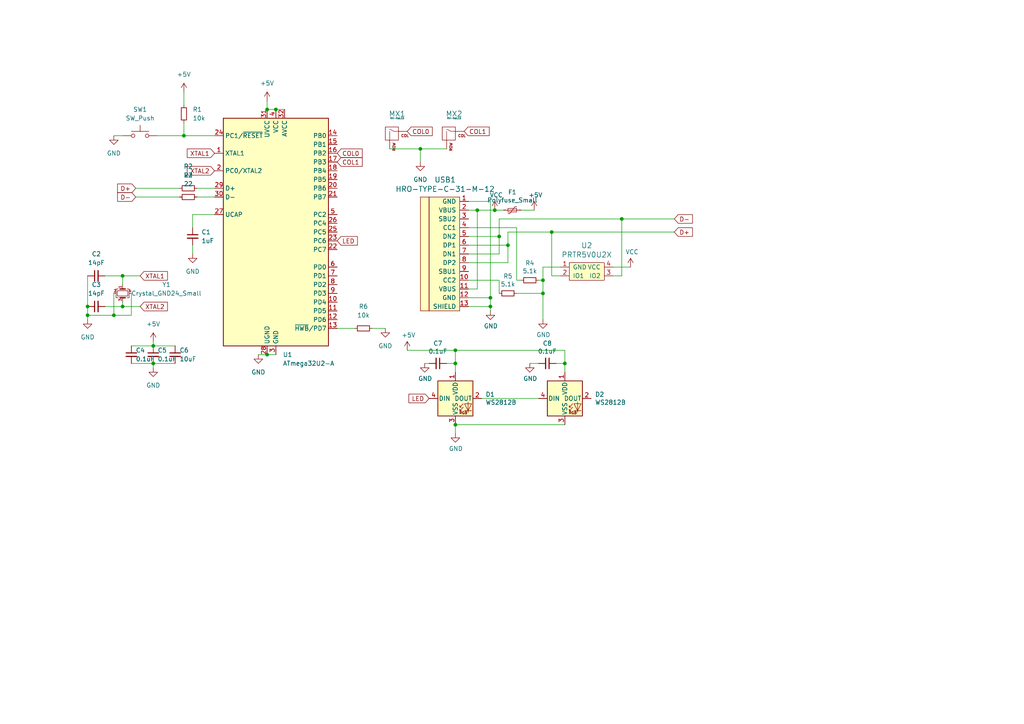
<source format=kicad_sch>
(kicad_sch (version 20211123) (generator eeschema)
  (paper "A4")
  (lib_symbols
    (symbol "Device:C_Small" (pin_numbers hide) (pin_names (offset 0.254) hide)
      (property "Reference" "C" (at 0.254 1.778 0))
      (property "Value" "C_Small" (at 0.254 -2.032 0))
      (symbol "C_Small_0_1"
        (polyline (pts (xy -1.524 -0.508) (xy 1.524 -0.508)) (stroke (width 0.3302)))
        (polyline (pts (xy -1.524 0.508) (xy 1.524 0.508)) (stroke (width 0.3048)))
      )
      (symbol "C_Small_1_1"
        (pin passive line (at 0 2.54 270) (length 2.032) (name "~") (number "1"))
        (pin passive line (at 0 -2.54 90) (length 2.032) (name "~") (number "2"))
      )
    )
    (symbol "Device:Crystal_GND24_Small" (pin_names (offset 1.016) hide)
      (property "Reference" "Y" (at 1.27 4.445 0))
      (property "Value" "Crystal_GND24_Small" (at 1.27 2.54 0))
      (symbol "Crystal_GND24_Small_0_1"
        (rectangle (start -0.762 -1.524) (end 0.762 1.524))
        (polyline (pts (xy -1.27 -0.762) (xy -1.27 0.762)) (stroke (width 0.381)))
        (polyline (pts (xy 1.27 -0.762) (xy 1.27 0.762)) (stroke (width 0.381)))
        (polyline (pts (xy -1.27 -1.27) (xy -1.27 -1.905) (xy 1.27 -1.905) (xy 1.27 -1.27)))
        (polyline (pts (xy -1.27 1.27) (xy -1.27 1.905) (xy 1.27 1.905) (xy 1.27 1.27)))
      )
      (symbol "Crystal_GND24_Small_1_1"
        (pin passive line (at -2.54 0 0) (length 1.27) (name "1") (number "1"))
        (pin passive line (at 0 -2.54 90) (length 0.635) (name "2") (number "2"))
        (pin passive line (at 2.54 0 180) (length 1.27) (name "3") (number "3"))
        (pin passive line (at 0 2.54 270) (length 0.635) (name "4") (number "4"))
      )
    )
    (symbol "Device:Polyfuse_Small" (pin_numbers hide) (pin_names (offset 0))
      (property "Reference" "F" (at -1.905 0 90))
      (property "Value" "Polyfuse_Small" (at 1.905 0 90))
      (symbol "Polyfuse_Small_0_1"
        (rectangle (start -0.508 1.27) (end 0.508 -1.27))
        (polyline (pts (xy 0 2.54) (xy 0 -2.54)))
        (polyline (pts (xy -1.016 1.27) (xy -1.016 0.762) (xy 1.016 -0.762) (xy 1.016 -1.27)))
      )
      (symbol "Polyfuse_Small_1_1"
        (pin passive line (at 0 2.54 270) (length 0.635) (name "~") (number "1"))
        (pin passive line (at 0 -2.54 90) (length 0.635) (name "~") (number "2"))
      )
    )
    (symbol "Device:R_Small" (pin_numbers hide) (pin_names (offset 0.254) hide)
      (property "Reference" "R" (at 0.762 0.508 0))
      (property "Value" "R_Small" (at 0.762 -1.016 0))
      (symbol "R_Small_0_1"
        (rectangle (start -0.762 1.778) (end 0.762 -1.778) (stroke (width 0.2032)))
      )
      (symbol "R_Small_1_1"
        (pin passive line (at 0 2.54 270) (length 0.762) (name "~") (number "1"))
        (pin passive line (at 0 -2.54 90) (length 0.762) (name "~") (number "2"))
      )
    )
    (symbol "LED:WS2812B" (pin_names (offset 0.254))
      (property "Reference" "D" (at 5.08 5.715 0))
      (property "Value" "WS2812B" (at 1.27 -5.715 0))
      (symbol "WS2812B_0_0"
        (text "RGB" (at 2.286 -4.191 0) (effects (font (size 0.762 0.762))))
      )
      (symbol "WS2812B_0_1"
        (polyline (pts (xy 1.27 -3.556) (xy 1.778 -3.556)))
        (polyline (pts (xy 1.27 -2.54) (xy 1.778 -2.54)))
        (polyline (pts (xy 4.699 -3.556) (xy 2.667 -3.556)))
        (polyline (pts (xy 2.286 -2.54) (xy 1.27 -3.556) (xy 1.27 -3.048)))
        (polyline (pts (xy 2.286 -1.524) (xy 1.27 -2.54) (xy 1.27 -2.032)))
        (polyline (pts (xy 3.683 -1.016) (xy 3.683 -3.556) (xy 3.683 -4.064)))
        (polyline (pts (xy 4.699 -1.524) (xy 2.667 -1.524) (xy 3.683 -3.556) (xy 4.699 -1.524)))
        (rectangle (start 5.08 5.08) (end -5.08 -5.08) (stroke (width 0.254)) (fill (type background)))
      )
      (symbol "WS2812B_1_1"
        (pin power_in line (at 0 7.62 270) (length 2.54) (name "VDD") (number "1"))
        (pin output line (at 7.62 0 180) (length 2.54) (name "DOUT") (number "2"))
        (pin power_in line (at 0 -7.62 90) (length 2.54) (name "VSS") (number "3"))
        (pin input line (at -7.62 0 0) (length 2.54) (name "DIN") (number "4"))
      )
    )
    (symbol "MCU_Microchip_ATmega:ATmega32U2-A"
      (property "Reference" "U" (at -15.24 34.29 0))
      (property "Value" "ATmega32U2-A" (at 2.54 -34.29 0))
      (symbol "ATmega32U2-A_0_1"
        (rectangle (start -15.24 -33.02) (end 15.24 33.02) (stroke (width 0.254)) (fill (type background)))
      )
      (symbol "ATmega32U2-A_1_1"
        (pin input line (at -17.78 22.86 0) (length 2.54) (name "XTAL1") (number "1"))
        (pin bidirectional line (at 17.78 -20.32 180) (length 2.54) (name "PD4") (number "10"))
        (pin bidirectional line (at 17.78 -22.86 180) (length 2.54) (name "PD5") (number "11"))
        (pin bidirectional line (at 17.78 -25.4 180) (length 2.54) (name "PD6") (number "12"))
        (pin bidirectional line (at 17.78 -27.94 180) (length 2.54) (name "~{HWB}/PD7") (number "13"))
        (pin bidirectional line (at 17.78 27.94 180) (length 2.54) (name "PB0") (number "14"))
        (pin bidirectional line (at 17.78 25.4 180) (length 2.54) (name "PB1") (number "15"))
        (pin bidirectional line (at 17.78 22.86 180) (length 2.54) (name "PB2") (number "16"))
        (pin bidirectional line (at 17.78 20.32 180) (length 2.54) (name "PB3") (number "17"))
        (pin bidirectional line (at 17.78 17.78 180) (length 2.54) (name "PB4") (number "18"))
        (pin bidirectional line (at 17.78 15.24 180) (length 2.54) (name "PB5") (number "19"))
        (pin bidirectional line (at -17.78 17.78 0) (length 2.54) (name "PC0/XTAL2") (number "2"))
        (pin bidirectional line (at 17.78 12.7 180) (length 2.54) (name "PB6") (number "20"))
        (pin bidirectional line (at 17.78 10.16 180) (length 2.54) (name "PB7") (number "21"))
        (pin bidirectional line (at 17.78 -5.08 180) (length 2.54) (name "PC7") (number "22"))
        (pin bidirectional line (at 17.78 -2.54 180) (length 2.54) (name "PC6") (number "23"))
        (pin bidirectional line (at -17.78 27.94 0) (length 2.54) (name "PC1/~{RESET}") (number "24"))
        (pin bidirectional line (at 17.78 0 180) (length 2.54) (name "PC5") (number "25"))
        (pin bidirectional line (at 17.78 2.54 180) (length 2.54) (name "PC4") (number "26"))
        (pin passive line (at -17.78 5.08 0) (length 2.54) (name "UCAP") (number "27"))
        (pin power_in line (at -2.54 -35.56 90) (length 2.54) (name "UGND") (number "28"))
        (pin bidirectional line (at -17.78 12.7 0) (length 2.54) (name "D+") (number "29"))
        (pin power_in line (at 0 -35.56 90) (length 2.54) (name "GND") (number "3"))
        (pin bidirectional line (at -17.78 10.16 0) (length 2.54) (name "D-") (number "30"))
        (pin power_in line (at -2.54 35.56 270) (length 2.54) (name "UVCC") (number "31"))
        (pin power_in line (at 2.54 35.56 270) (length 2.54) (name "AVCC") (number "32"))
        (pin power_in line (at 0 35.56 270) (length 2.54) (name "VCC") (number "4"))
        (pin bidirectional line (at 17.78 5.08 180) (length 2.54) (name "PC2") (number "5"))
        (pin bidirectional line (at 17.78 -10.16 180) (length 2.54) (name "PD0") (number "6"))
        (pin bidirectional line (at 17.78 -12.7 180) (length 2.54) (name "PD1") (number "7"))
        (pin bidirectional line (at 17.78 -15.24 180) (length 2.54) (name "PD2") (number "8"))
        (pin bidirectional line (at 17.78 -17.78 180) (length 2.54) (name "PD3") (number "9"))
      )
    )
    (symbol "MX_Alps_Hybrid:MX-NoLED" (pin_names (offset 1.016))
      (property "Reference" "MX" (at -0.635 3.81 0))
      (property "Value" "MX-NoLED" (at -0.635 1.27 0))
      (symbol "MX-NoLED_0_0"
        (rectangle (start -2.54 2.54) (end 1.27 -1.27))
        (polyline (pts (xy -1.27 -1.27) (xy -1.27 1.27)) (stroke (width 0.127)))
        (polyline (pts (xy 1.27 1.27) (xy 0 1.27) (xy -1.27 1.905)) (stroke (width 0.127)))
        (text "COL" (at 3.175 0 0) (effects (font (size 0.762 0.762))))
        (text "ROW" (at 0 -1.905 900) (effects (font (size 0.762 0.762)) (justify right)))
      )
      (symbol "MX-NoLED_1_1"
        (pin passive line (at 3.81 1.27 180) (length 2.54) (name "COL") (number "1"))
        (pin passive line (at -1.27 -3.81 90) (length 2.54) (name "ROW") (number "2"))
      )
    )
    (symbol "Switch:SW_Push" (pin_numbers hide) (pin_names (offset 1.016) hide)
      (property "Reference" "SW" (at 1.27 2.54 0))
      (property "Value" "SW_Push" (at 0 -1.524 0))
      (symbol "SW_Push_0_1"
        (circle (center -2.032 0) (radius 0.508))
        (polyline (pts (xy 0 1.27) (xy 0 3.048)))
        (polyline (pts (xy 2.54 1.27) (xy -2.54 1.27)))
        (circle (center 2.032 0) (radius 0.508))
        (pin passive line (at -5.08 0 0) (length 2.54) (name "1") (number "1"))
        (pin passive line (at 5.08 0 180) (length 2.54) (name "2") (number "2"))
      )
    )
    (symbol "Type-C:HRO-TYPE-C-31-M-12" (pin_names (offset 1.016))
      (property "Reference" "USB" (at -5.08 16.51 0))
      (property "Value" "HRO-TYPE-C-31-M-12" (at -10.16 -1.27 90))
      (symbol "HRO-TYPE-C-31-M-12_0_1"
        (rectangle (start -11.43 15.24) (end -8.89 -17.78) (fill (type background)))
        (rectangle (start 0 -17.78) (end -8.89 15.24) (fill (type background)))
      )
      (symbol "HRO-TYPE-C-31-M-12_1_1"
        (pin input line (at 2.54 13.97 180) (length 2.54) (name "GND") (number "1"))
        (pin input line (at 2.54 -8.89 180) (length 2.54) (name "CC2") (number "10"))
        (pin input line (at 2.54 -11.43 180) (length 2.54) (name "VBUS") (number "11"))
        (pin input line (at 2.54 -13.97 180) (length 2.54) (name "GND") (number "12"))
        (pin input line (at 2.54 -16.51 180) (length 2.54) (name "SHIELD") (number "13"))
        (pin input line (at 2.54 11.43 180) (length 2.54) (name "VBUS") (number "2"))
        (pin input line (at 2.54 8.89 180) (length 2.54) (name "SBU2") (number "3"))
        (pin input line (at 2.54 6.35 180) (length 2.54) (name "CC1") (number "4"))
        (pin input line (at 2.54 3.81 180) (length 2.54) (name "DN2") (number "5"))
        (pin input line (at 2.54 1.27 180) (length 2.54) (name "DP1") (number "6"))
        (pin input line (at 2.54 -1.27 180) (length 2.54) (name "DN1") (number "7"))
        (pin input line (at 2.54 -3.81 180) (length 2.54) (name "DP2") (number "8"))
        (pin input line (at 2.54 -6.35 180) (length 2.54) (name "SBU1") (number "9"))
      )
    )
    (symbol "power:+5V" (power) (pin_names (offset 0))
      (property "Value" "+5V" (at 0 3.556 0))
      (symbol "+5V_0_1"
        (polyline (pts (xy -0.762 1.27) (xy 0 2.54)))
        (polyline (pts (xy 0 0) (xy 0 2.54)))
        (polyline (pts (xy 0 2.54) (xy 0.762 1.27)))
      )
      (symbol "+5V_1_1"
        (pin power_in line (at 0 0 90) (length 0) hide (name "+5V") (number "1"))
      )
    )
    (symbol "power:GND" (power) (pin_names (offset 0))
      (property "Value" "GND" (at 0 -3.81 0))
      (symbol "GND_0_1"
        (polyline (pts (xy 0 0) (xy 0 -1.27) (xy 1.27 -1.27) (xy 0 -2.54) (xy -1.27 -1.27) (xy 0 -1.27)))
      )
      (symbol "GND_1_1"
        (pin power_in line (at 0 0 270) (length 0) hide (name "GND") (number "1"))
      )
    )
    (symbol "power:VCC" (power) (pin_names (offset 0))
      (property "Value" "VCC" (at 0 3.81 0))
      (symbol "VCC_0_1"
        (polyline (pts (xy -0.762 1.27) (xy 0 2.54)))
        (polyline (pts (xy 0 0) (xy 0 2.54)))
        (polyline (pts (xy 0 2.54) (xy 0.762 1.27)))
      )
      (symbol "VCC_1_1"
        (pin power_in line (at 0 0 90) (length 0) hide (name "VCC") (number "1"))
      )
    )
    (symbol "random-keyboard-parts:PRTR5V0U2X" (pin_names (offset 1.016))
      (property "Reference" "U" (at 0 3.81 0))
      (property "Value" "PRTR5V0U2X" (at 0 -3.81 0))
      (symbol "PRTR5V0U2X_0_1"
        (rectangle (start -5.08 2.54) (end 5.08 -2.54) (fill (type background)))
      )
      (symbol "PRTR5V0U2X_1_1"
        (pin input line (at -7.62 1.27 0) (length 2.54) (name "GND") (number "1"))
        (pin input line (at -7.62 -1.27 0) (length 2.54) (name "IO1") (number "2"))
        (pin input line (at 7.62 -1.27 180) (length 2.54) (name "IO2") (number "3"))
        (pin input line (at 7.62 1.27 180) (length 2.54) (name "VCC") (number "4"))
      )
    )
  )
  (junction (at 144.78 68.58))
  (junction (at 80.01 31.75))
  (junction (at 25.4 91.44))
  (junction (at 160.02 67.31))
  (junction (at 138.43 60.96))
  (junction (at 35.56 88.9))
  (junction (at 77.47 102.87))
  (junction (at 77.47 31.75))
  (junction (at 143.51 60.96))
  (junction (at 132.08 105.41))
  (junction (at 132.08 101.6))
  (junction (at 25.4 88.9))
  (junction (at 157.48 85.09))
  (junction (at 35.56 80.01))
  (junction (at 157.48 81.28))
  (junction (at 53.34 39.37))
  (junction (at 163.83 105.41))
  (junction (at 44.45 100.33))
  (junction (at 180.34 63.5))
  (junction (at 44.45 105.41))
  (junction (at 147.32 71.12))
  (junction (at 132.08 123.19))
  (junction (at 142.24 86.36))
  (junction (at 33.02 91.44))
  (junction (at 142.24 88.9))
  (junction (at 121.92 43.18))
  (wire (pts (xy 35.56 80.01) (xy 40.64 80.01)))
  (wire (pts (xy 121.92 43.18) (xy 113.03 43.18)))
  (wire (pts (xy 163.83 105.41) (xy 163.83 107.95)))
  (wire (pts (xy 135.89 83.82) (xy 138.43 83.82)))
  (wire (pts (xy 135.89 66.04) (xy 149.86 66.04)))
  (wire (pts (xy 80.01 31.75) (xy 82.55 31.75)))
  (wire (pts (xy 45.72 39.37) (xy 53.34 39.37)))
  (wire (pts (xy 135.89 88.9) (xy 142.24 88.9)))
  (wire (pts (xy 163.83 101.6) (xy 163.83 105.41)))
  (wire (pts (xy 33.02 39.37) (xy 35.56 39.37)))
  (wire (pts (xy 25.4 91.44) (xy 25.4 92.71)))
  (wire (pts (xy 33.02 91.44) (xy 38.1 91.44)))
  (wire (pts (xy 157.48 85.09) (xy 157.48 92.71)))
  (wire (pts (xy 144.78 68.58) (xy 135.89 68.58)))
  (wire (pts (xy 77.47 31.75) (xy 80.01 31.75)))
  (wire (pts (xy 147.32 67.31) (xy 160.02 67.31)))
  (wire (pts (xy 57.15 54.61) (xy 62.23 54.61)))
  (wire (pts (xy 39.37 54.61) (xy 52.07 54.61)))
  (wire (pts (xy 160.02 67.31) (xy 160.02 80.01)))
  (wire (pts (xy 44.45 100.33) (xy 50.8 100.33)))
  (wire (pts (xy 124.46 105.41) (xy 123.19 105.41)))
  (wire (pts (xy 135.89 58.42) (xy 142.24 58.42)))
  (wire (pts (xy 30.48 88.9) (xy 35.56 88.9)))
  (wire (pts (xy 161.29 105.41) (xy 163.83 105.41)))
  (wire (pts (xy 53.34 39.37) (xy 62.23 39.37)))
  (wire (pts (xy 38.1 100.33) (xy 44.45 100.33)))
  (wire (pts (xy 142.24 58.42) (xy 142.24 86.36)))
  (wire (pts (xy 97.79 95.25) (xy 102.87 95.25)))
  (wire (pts (xy 132.08 123.19) (xy 163.83 123.19)))
  (wire (pts (xy 147.32 67.31) (xy 147.32 71.12)))
  (wire (pts (xy 77.47 29.21) (xy 77.47 31.75)))
  (wire (pts (xy 156.21 105.41) (xy 153.67 105.41)))
  (wire (pts (xy 38.1 105.41) (xy 44.45 105.41)))
  (wire (pts (xy 33.02 85.09) (xy 33.02 91.44)))
  (wire (pts (xy 121.92 43.18) (xy 129.54 43.18)))
  (wire (pts (xy 160.02 67.31) (xy 195.58 67.31)))
  (wire (pts (xy 149.86 81.28) (xy 151.13 81.28)))
  (wire (pts (xy 157.48 81.28) (xy 157.48 85.09)))
  (wire (pts (xy 118.11 101.6) (xy 132.08 101.6)))
  (wire (pts (xy 142.24 88.9) (xy 142.24 90.17)))
  (wire (pts (xy 107.95 95.25) (xy 111.76 95.25)))
  (wire (pts (xy 144.78 73.66) (xy 135.89 73.66)))
  (wire (pts (xy 142.24 86.36) (xy 135.89 86.36)))
  (wire (pts (xy 30.48 80.01) (xy 35.56 80.01)))
  (wire (pts (xy 138.43 60.96) (xy 143.51 60.96)))
  (wire (pts (xy 142.24 86.36) (xy 142.24 88.9)))
  (wire (pts (xy 55.88 62.23) (xy 55.88 66.04)))
  (wire (pts (xy 35.56 80.01) (xy 35.56 82.55)))
  (wire (pts (xy 35.56 87.63) (xy 35.56 88.9)))
  (wire (pts (xy 144.78 63.5) (xy 144.78 68.58)))
  (wire (pts (xy 139.7 115.57) (xy 156.21 115.57)))
  (wire (pts (xy 25.4 88.9) (xy 25.4 91.44)))
  (wire (pts (xy 132.08 101.6) (xy 163.83 101.6)))
  (wire (pts (xy 147.32 71.12) (xy 135.89 71.12)))
  (wire (pts (xy 138.43 83.82) (xy 138.43 60.96)))
  (wire (pts (xy 151.13 60.96) (xy 154.94 60.96)))
  (wire (pts (xy 132.08 123.19) (xy 132.08 125.73)))
  (wire (pts (xy 135.89 76.2) (xy 147.32 76.2)))
  (wire (pts (xy 180.34 63.5) (xy 144.78 63.5)))
  (wire (pts (xy 157.48 77.47) (xy 157.48 81.28)))
  (wire (pts (xy 157.48 81.28) (xy 156.21 81.28)))
  (wire (pts (xy 147.32 76.2) (xy 147.32 71.12)))
  (wire (pts (xy 38.1 85.09) (xy 38.1 91.44)))
  (wire (pts (xy 55.88 71.12) (xy 55.88 73.66)))
  (wire (pts (xy 74.93 102.87) (xy 77.47 102.87)))
  (wire (pts (xy 77.47 102.87) (xy 80.01 102.87)))
  (wire (pts (xy 53.34 26.67) (xy 53.34 30.48)))
  (wire (pts (xy 180.34 63.5) (xy 180.34 80.01)))
  (wire (pts (xy 180.34 63.5) (xy 195.58 63.5)))
  (wire (pts (xy 143.51 60.96) (xy 146.05 60.96)))
  (wire (pts (xy 132.08 107.95) (xy 132.08 105.41)))
  (wire (pts (xy 177.8 80.01) (xy 180.34 80.01)))
  (wire (pts (xy 149.86 66.04) (xy 149.86 81.28)))
  (wire (pts (xy 129.54 105.41) (xy 132.08 105.41)))
  (wire (pts (xy 157.48 77.47) (xy 162.56 77.47)))
  (wire (pts (xy 149.86 85.09) (xy 157.48 85.09)))
  (wire (pts (xy 62.23 62.23) (xy 55.88 62.23)))
  (wire (pts (xy 57.15 57.15) (xy 62.23 57.15)))
  (wire (pts (xy 25.4 91.44) (xy 33.02 91.44)))
  (wire (pts (xy 177.8 77.47) (xy 182.88 77.47)))
  (wire (pts (xy 53.34 35.56) (xy 53.34 39.37)))
  (wire (pts (xy 35.56 88.9) (xy 40.64 88.9)))
  (wire (pts (xy 121.92 43.18) (xy 121.92 46.99)))
  (wire (pts (xy 44.45 105.41) (xy 44.45 106.68)))
  (wire (pts (xy 44.45 99.06) (xy 44.45 100.33)))
  (wire (pts (xy 44.45 105.41) (xy 50.8 105.41)))
  (wire (pts (xy 135.89 60.96) (xy 138.43 60.96)))
  (wire (pts (xy 144.78 68.58) (xy 144.78 73.66)))
  (wire (pts (xy 39.37 57.15) (xy 52.07 57.15)))
  (wire (pts (xy 144.78 81.28) (xy 144.78 85.09)))
  (wire (pts (xy 25.4 80.01) (xy 25.4 88.9)))
  (wire (pts (xy 135.89 81.28) (xy 144.78 81.28)))
  (wire (pts (xy 132.08 105.41) (xy 132.08 101.6)))
  (wire (pts (xy 162.56 80.01) (xy 160.02 80.01)))
  (global_label "LED" (shape input) (at 124.46 115.57 180) (property "Intersheet References" "${INTERSHEET_REFS}" (effects hide)))
  (global_label "XTAL2" (shape input) (at 40.64 88.9 0) (property "Intersheet References" "${INTERSHEET_REFS}" (effects hide)))
  (global_label "XTAL2" (shape input) (at 62.23 49.53 180) (property "Intersheet References" "${INTERSHEET_REFS}" (effects hide)))
  (global_label "XTAL1" (shape input) (at 62.23 44.45 180) (property "Intersheet References" "${INTERSHEET_REFS}" (effects hide)))
  (global_label "LED" (shape input) (at 97.79 69.85 0) (property "Intersheet References" "${INTERSHEET_REFS}" (effects hide)))
  (global_label "D+" (shape input) (at 195.58 67.31 0) (property "Intersheet References" "${INTERSHEET_REFS}" (effects hide)))
  (global_label "D-" (shape input) (at 195.58 63.5 0) (property "Intersheet References" "${INTERSHEET_REFS}" (effects hide)))
  (global_label "D+" (shape input) (at 39.37 54.61 180) (property "Intersheet References" "${INTERSHEET_REFS}" (effects hide)))
  (global_label "COL0" (shape input) (at 97.79 44.45 0) (property "Intersheet References" "${INTERSHEET_REFS}" (effects hide)))
  (global_label "COL0" (shape input) (at 118.11 38.1 0) (property "Intersheet References" "${INTERSHEET_REFS}" (effects hide)))
  (global_label "D-" (shape input) (at 39.37 57.15 180) (property "Intersheet References" "${INTERSHEET_REFS}" (effects hide)))
  (global_label "XTAL1" (shape input) (at 40.64 80.01 0) (property "Intersheet References" "${INTERSHEET_REFS}" (effects hide)))
  (global_label "COL1" (shape input) (at 97.79 46.99 0) (property "Intersheet References" "${INTERSHEET_REFS}" (effects hide)))
  (global_label "COL1" (shape input) (at 134.62 38.1 0) (property "Intersheet References" "${INTERSHEET_REFS}" (effects hide)))
  (symbol (lib_id "power:GND") (at 123.19 105.41 0) (unit 1)
    (property "Reference" "#PWR0111" (effects hide))
    (property "Value" "GND" (at 123.317 109.8042 0))
  )
  (symbol (lib_id "LED:WS2812B") (at 132.08 115.57 0) (unit 1)
    (property "Reference" "D1" (at 140.8176 114.4016 0) (effects (justify left)))
    (property "Value" "WS2812B" (at 140.8176 116.713 0) (effects (justify left)))
    (property "Footprint" "LED_SMD:LED_WS2812B_PLCC4_5.0x5.0mm_P3.2mm" (effects hide))
    (property "Datasheet" "https://cdn-shop.adafruit.com/datasheets/WS2812B.pdf" (effects hide))
  )
  (symbol (lib_id "power:+5V") (at 154.94 60.96 0) (unit 1)
    (property "Reference" "#PWR0118" (effects hide))
    (property "Value" "+5V" (at 155.321 56.5658 0))
  )
  (symbol (lib_id "Switch:SW_Push") (at 40.64 39.37 0) (unit 1)
    (property "Reference" "SW1" (at 40.64 31.75 0))
    (property "Value" "SW_Push" (at 40.64 34.29 0))
    (property "Footprint" "random-keyboard-parts:SKQGADE010" (effects hide))
  )
  (symbol (lib_id "power:GND") (at 153.67 105.41 0) (unit 1)
    (property "Reference" "#PWR0112" (effects hide))
    (property "Value" "GND" (at 153.797 109.8042 0))
  )
  (symbol (lib_id "Device:C_Small") (at 27.94 88.9 90) (unit 1)
    (property "Reference" "C3" (at 27.9463 82.55 90))
    (property "Value" "14pF" (at 27.9463 85.09 90))
    (property "Footprint" "Capacitor_SMD:C_0805_2012Metric_Pad1.18x1.45mm_HandSolder" (effects hide))
  )
  (symbol (lib_id "power:VCC") (at 182.88 77.47 0) (unit 1)
    (property "Reference" "#PWR0101" (effects hide))
    (property "Value" "VCC" (at 183.3118 73.0758 0))
  )
  (symbol (lib_id "power:GND") (at 111.76 95.25 0) (unit 1)
    (property "Reference" "#PWR0109" (effects hide))
    (property "Value" "GND" (at 111.76 100.33 0))
  )
  (symbol (lib_id "power:GND") (at 132.08 125.73 0) (unit 1)
    (property "Reference" "#PWR0113" (effects hide))
    (property "Value" "GND" (at 132.207 130.1242 0))
  )
  (symbol (lib_id "power:+5V") (at 53.34 26.67 0) (unit 1)
    (property "Reference" "#PWR0103" (effects hide))
    (property "Value" "+5V" (at 53.34 21.59 0))
  )
  (symbol (lib_id "power:GND") (at 33.02 39.37 0) (unit 1)
    (property "Reference" "#PWR0105" (effects hide))
    (property "Value" "GND" (at 33.02 44.45 0))
  )
  (symbol (lib_id "Device:R_Small") (at 153.67 81.28 270) (unit 1)
    (property "Reference" "R4" (at 153.67 76.3016 90))
    (property "Value" "5.1k" (at 153.67 78.613 90))
    (property "Footprint" "Resistor_SMD:R_0805_2012Metric_Pad1.20x1.40mm_HandSolder" (effects hide))
  )
  (symbol (lib_id "power:GND") (at 44.45 106.68 0) (unit 1)
    (property "Reference" "#PWR0116" (effects hide))
    (property "Value" "GND" (at 44.45 111.76 0))
  )
  (symbol (lib_id "power:GND") (at 55.88 73.66 0) (unit 1)
    (property "Reference" "#PWR0102" (effects hide))
    (property "Value" "GND" (at 55.88 78.74 0))
  )
  (symbol (lib_id "Device:Polyfuse_Small") (at 148.59 60.96 270) (unit 1)
    (property "Reference" "F1" (at 148.59 55.753 90))
    (property "Value" "Polyfuse_Small" (at 148.59 58.0644 90))
    (property "Footprint" "Fuse:Fuse_1206_3216Metric_Pad1.42x1.75mm_HandSolder" (effects hide))
  )
  (symbol (lib_id "power:GND") (at 74.93 102.87 0) (unit 1)
    (property "Reference" "#PWR0106" (effects hide))
    (property "Value" "GND" (at 74.93 107.95 0))
  )
  (symbol (lib_id "Device:R_Small") (at 53.34 33.02 0) (unit 1)
    (property "Reference" "R1" (at 55.88 31.7499 0) (effects (justify left)))
    (property "Value" "10k" (at 55.88 34.2899 0) (effects (justify left)))
    (property "Footprint" "Resistor_SMD:R_0805_2012Metric_Pad1.20x1.40mm_HandSolder" (effects hide))
  )
  (symbol (lib_id "power:GND") (at 121.92 46.99 0) (unit 1)
    (property "Reference" "#PWR0119" (effects hide))
    (property "Value" "GND" (at 121.92 52.07 0))
  )
  (symbol (lib_id "power:GND") (at 25.4 92.71 0) (unit 1)
    (property "Reference" "#PWR0115" (effects hide))
    (property "Value" "GND" (at 25.4 97.79 0))
  )
  (symbol (lib_id "Device:R_Small") (at 147.32 85.09 270) (unit 1)
    (property "Reference" "R5" (at 147.32 80.1116 90))
    (property "Value" "5.1k" (at 147.32 82.423 90))
    (property "Footprint" "Resistor_SMD:R_0805_2012Metric_Pad1.20x1.40mm_HandSolder" (effects hide))
  )
  (symbol (lib_id "Device:R_Small") (at 105.41 95.25 90) (unit 1)
    (property "Reference" "R6" (at 105.41 88.9 90))
    (property "Value" "10k" (at 105.41 91.44 90))
    (property "Footprint" "Resistor_SMD:R_0805_2012Metric_Pad1.20x1.40mm_HandSolder" (effects hide))
  )
  (symbol (lib_id "Device:C_Small") (at 50.8 102.87 0) (unit 1)
    (property "Reference" "C6" (at 52.07 101.6 0) (effects (justify left)))
    (property "Value" "10uF" (at 52.07 104.14 0) (effects (justify left)))
    (property "Footprint" "Capacitor_SMD:C_0805_2012Metric_Pad1.18x1.45mm_HandSolder" (effects hide))
  )
  (symbol (lib_id "power:+5V") (at 118.11 101.6 0) (unit 1)
    (property "Reference" "#PWR0110" (effects hide))
    (property "Value" "+5V" (at 118.491 97.2058 0))
  )
  (symbol (lib_id "MX_Alps_Hybrid:MX-NoLED") (at 130.81 39.37 0) (unit 1)
    (property "Reference" "MX2" (at 131.6956 33.02 0) (effects (font (size 1.524 1.524))))
    (property "Value" "MX-NoLED" (at 131.6956 34.29 0) (effects (font (size 0.508 0.508))))
    (property "Footprint" "MX_Alps_Hybrid:MX-1U-NoLED" (effects hide))
  )
  (symbol (lib_id "LED:WS2812B") (at 163.83 115.57 0) (unit 1)
    (property "Reference" "D2" (at 172.5676 114.4016 0) (effects (justify left)))
    (property "Value" "WS2812B" (at 172.5676 116.713 0) (effects (justify left)))
    (property "Footprint" "LED_SMD:LED_WS2812B_PLCC4_5.0x5.0mm_P3.2mm" (effects hide))
    (property "Datasheet" "https://cdn-shop.adafruit.com/datasheets/WS2812B.pdf" (effects hide))
  )
  (symbol (lib_id "power:+5V") (at 44.45 99.06 0) (unit 1)
    (property "Reference" "#PWR0114" (effects hide))
    (property "Value" "+5V" (at 44.45 93.98 0))
  )
  (symbol (lib_id "random-keyboard-parts:PRTR5V0U2X") (at 170.18 78.74 0) (unit 1)
    (property "Reference" "U2" (at 170.18 71.1962 0) (effects (font (size 1.524 1.524))))
    (property "Value" "PRTR5V0U2X" (at 170.18 73.8886 0) (effects (font (size 1.524 1.524))))
    (property "Footprint" "random-keyboard-parts:SOT143B" (effects hide))
  )
  (symbol (lib_id "Device:Crystal_GND24_Small") (at 35.56 85.09 270) (unit 1)
    (property "Reference" "Y1" (at 48.26 82.55 90))
    (property "Value" "Crystal_GND24_Small" (at 48.26 85.09 90))
    (property "Footprint" "Crystal:Crystal_SMD_3225-4Pin_3.2x2.5mm_HandSoldering" (effects hide))
  )
  (symbol (lib_id "power:+5V") (at 77.47 29.21 0) (unit 1)
    (property "Reference" "#PWR0104" (effects hide))
    (property "Value" "+5V" (at 77.47 24.13 0))
  )
  (symbol (lib_id "Device:C_Small") (at 158.75 105.41 270) (unit 1)
    (property "Reference" "C8" (at 158.75 99.5934 90))
    (property "Value" "0.1uF" (at 158.75 101.9048 90))
    (property "Footprint" "Capacitor_SMD:C_0805_2012Metric_Pad1.18x1.45mm_HandSolder" (effects hide))
  )
  (symbol (lib_id "Device:R_Small") (at 54.61 57.15 270) (unit 1)
    (property "Reference" "R3" (at 54.61 50.8 90))
    (property "Value" "22" (at 54.61 53.34 90))
    (property "Footprint" "Resistor_SMD:R_0805_2012Metric_Pad1.20x1.40mm_HandSolder" (effects hide))
  )
  (symbol (lib_id "Device:C_Small") (at 27.94 80.01 90) (unit 1)
    (property "Reference" "C2" (at 27.9463 73.66 90))
    (property "Value" "14pF" (at 27.9463 76.2 90))
    (property "Footprint" "Capacitor_SMD:C_0805_2012Metric_Pad1.18x1.45mm_HandSolder" (effects hide))
  )
  (symbol (lib_id "MCU_Microchip_ATmega:ATmega32U2-A") (at 80.01 67.31 0) (unit 1)
    (property "Reference" "U1" (at 82.0294 102.87 0) (effects (justify left)))
    (property "Value" "ATmega32U2-A" (at 82.0294 105.41 0) (effects (justify left)))
    (property "Footprint" "Package_QFP:TQFP-32_7x7mm_P0.8mm" (effects hide))
    (property "Datasheet" "http://ww1.microchip.com/downloads/en/DeviceDoc/doc7799.pdf" (effects hide))
  )
  (symbol (lib_id "Device:C_Small") (at 55.88 68.58 0) (unit 1)
    (property "Reference" "C1" (at 58.42 67.3162 0) (effects (justify left)))
    (property "Value" "1uF" (at 58.42 69.8562 0) (effects (justify left)))
    (property "Footprint" "Capacitor_SMD:C_0805_2012Metric_Pad1.18x1.45mm_HandSolder" (effects hide))
  )
  (symbol (lib_id "power:VCC") (at 143.51 60.96 0) (unit 1)
    (property "Reference" "#PWR0117" (effects hide))
    (property "Value" "VCC" (at 143.9418 56.5658 0))
  )
  (symbol (lib_id "power:GND") (at 142.24 90.17 0) (unit 1)
    (property "Reference" "#PWR0107" (effects hide))
    (property "Value" "GND" (at 142.367 94.5642 0))
  )
  (symbol (lib_id "Device:C_Small") (at 38.1 102.87 0) (unit 1)
    (property "Reference" "C4" (at 39.37 101.6 0) (effects (justify left)))
    (property "Value" "0.1uF" (at 39.37 104.14 0) (effects (justify left)))
    (property "Footprint" "Capacitor_SMD:C_0805_2012Metric_Pad1.18x1.45mm_HandSolder" (effects hide))
  )
  (symbol (lib_id "Device:R_Small") (at 54.61 54.61 90) (unit 1)
    (property "Reference" "R2" (at 54.61 48.26 90))
    (property "Value" "22" (at 54.61 50.8 90))
    (property "Footprint" "Resistor_SMD:R_0805_2012Metric_Pad1.20x1.40mm_HandSolder" (effects hide))
  )
  (symbol (lib_id "power:GND") (at 157.48 92.71 0) (unit 1)
    (property "Reference" "#PWR0108" (effects hide))
    (property "Value" "GND" (at 157.607 97.1042 0))
  )
  (symbol (lib_id "Type-C:HRO-TYPE-C-31-M-12") (at 133.35 72.39 0) (unit 1)
    (property "Reference" "USB1" (at 129.1082 52.1462 0) (effects (font (size 1.524 1.524))))
    (property "Value" "HRO-TYPE-C-31-M-12" (at 129.1082 54.8386 0) (effects (font (size 1.524 1.524))))
    (property "Footprint" "Type-C:HRO-TYPE-C-31-M-12-HandSoldering" (effects hide))
  )
  (symbol (lib_id "Device:C_Small") (at 127 105.41 270) (unit 1)
    (property "Reference" "C7" (at 127 99.5934 90))
    (property "Value" "0.1uF" (at 127 101.9048 90))
    (property "Footprint" "Capacitor_SMD:C_0805_2012Metric_Pad1.18x1.45mm_HandSolder" (effects hide))
  )
  (symbol (lib_id "Device:C_Small") (at 44.45 102.87 0) (unit 1)
    (property "Reference" "C5" (at 45.72 101.6 0) (effects (justify left)))
    (property "Value" "0.1uF" (at 45.72 104.14 0) (effects (justify left)))
    (property "Footprint" "Capacitor_SMD:C_0805_2012Metric_Pad1.18x1.45mm_HandSolder" (effects hide))
  )
  (symbol (lib_id "MX_Alps_Hybrid:MX-NoLED") (at 114.3 39.37 0) (unit 1)
    (property "Reference" "MX1" (at 115.1856 33.02 0) (effects (font (size 1.524 1.524))))
    (property "Value" "MX-NoLED" (at 115.1856 34.29 0) (effects (font (size 0.508 0.508))))
    (property "Footprint" "MX_Alps_Hybrid:MX-1U-NoLED" (effects hide))
  )
)
</source>
